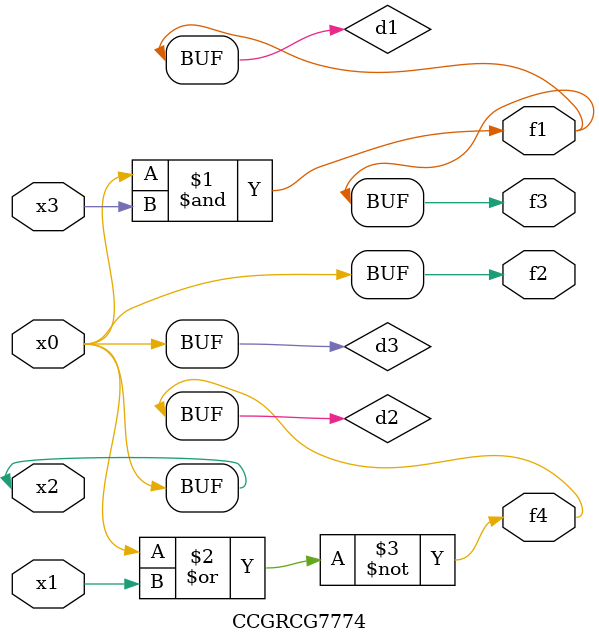
<source format=v>
module CCGRCG7774(
	input x0, x1, x2, x3,
	output f1, f2, f3, f4
);

	wire d1, d2, d3;

	and (d1, x2, x3);
	nor (d2, x0, x1);
	buf (d3, x0, x2);
	assign f1 = d1;
	assign f2 = d3;
	assign f3 = d1;
	assign f4 = d2;
endmodule

</source>
